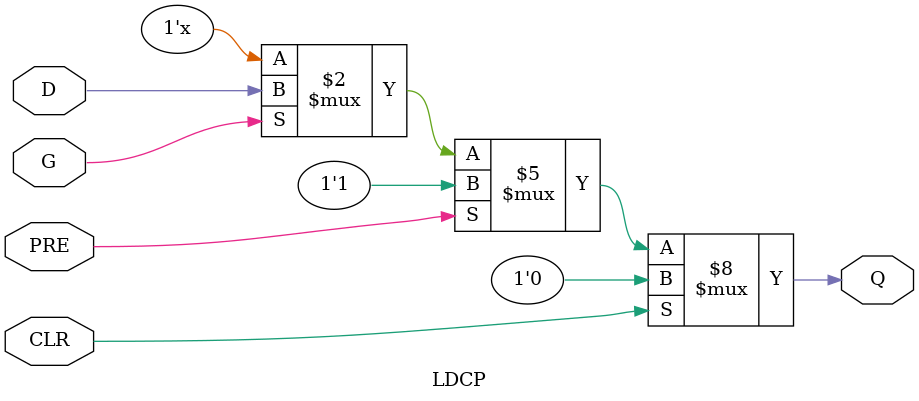
<source format=v>

/*

FUNCTION	: D-LATCH with async clear, async preset

*/

`celldefine
`timescale  100 ps / 10 ps

module LDCP (Q, CLR, D, G, PRE);

    parameter INIT = 1'b0;

    output Q;
    reg    Q;

    input  CLR, D, G, PRE;

	always @( CLR or PRE or D or G)
	    if (CLR)
		Q <= 0;
	    else if (PRE)
		Q <= 1;
	    else if (G)
		Q <= D;

endmodule

</source>
